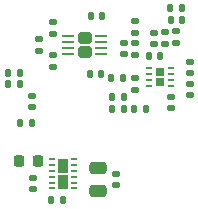
<source format=gbr>
%TF.GenerationSoftware,KiCad,Pcbnew,7.0.10*%
%TF.CreationDate,2024-03-11T17:01:08-07:00*%
%TF.ProjectId,P2.0,50322e30-2e6b-4696-9361-645f70636258,rev?*%
%TF.SameCoordinates,Original*%
%TF.FileFunction,Paste,Bot*%
%TF.FilePolarity,Positive*%
%FSLAX46Y46*%
G04 Gerber Fmt 4.6, Leading zero omitted, Abs format (unit mm)*
G04 Created by KiCad (PCBNEW 7.0.10) date 2024-03-11 17:01:08*
%MOMM*%
%LPD*%
G01*
G04 APERTURE LIST*
G04 Aperture macros list*
%AMRoundRect*
0 Rectangle with rounded corners*
0 $1 Rounding radius*
0 $2 $3 $4 $5 $6 $7 $8 $9 X,Y pos of 4 corners*
0 Add a 4 corners polygon primitive as box body*
4,1,4,$2,$3,$4,$5,$6,$7,$8,$9,$2,$3,0*
0 Add four circle primitives for the rounded corners*
1,1,$1+$1,$2,$3*
1,1,$1+$1,$4,$5*
1,1,$1+$1,$6,$7*
1,1,$1+$1,$8,$9*
0 Add four rect primitives between the rounded corners*
20,1,$1+$1,$2,$3,$4,$5,0*
20,1,$1+$1,$4,$5,$6,$7,0*
20,1,$1+$1,$6,$7,$8,$9,0*
20,1,$1+$1,$8,$9,$2,$3,0*%
G04 Aperture macros list end*
%ADD10RoundRect,0.140000X-0.170000X0.140000X-0.170000X-0.140000X0.170000X-0.140000X0.170000X0.140000X0*%
%ADD11RoundRect,0.135000X-0.135000X-0.185000X0.135000X-0.185000X0.135000X0.185000X-0.135000X0.185000X0*%
%ADD12RoundRect,0.135000X-0.185000X0.135000X-0.185000X-0.135000X0.185000X-0.135000X0.185000X0.135000X0*%
%ADD13RoundRect,0.140000X0.140000X0.170000X-0.140000X0.170000X-0.140000X-0.170000X0.140000X-0.170000X0*%
%ADD14RoundRect,0.140000X0.170000X-0.140000X0.170000X0.140000X-0.170000X0.140000X-0.170000X-0.140000X0*%
%ADD15RoundRect,0.140000X-0.140000X-0.170000X0.140000X-0.170000X0.140000X0.170000X-0.140000X0.170000X0*%
%ADD16RoundRect,0.135000X0.185000X-0.135000X0.185000X0.135000X-0.185000X0.135000X-0.185000X-0.135000X0*%
%ADD17R,0.950000X1.170000*%
%ADD18R,0.500000X0.250000*%
%ADD19RoundRect,0.250000X0.475000X-0.250000X0.475000X0.250000X-0.475000X0.250000X-0.475000X-0.250000X0*%
%ADD20RoundRect,0.218750X-0.218750X-0.256250X0.218750X-0.256250X0.218750X0.256250X-0.218750X0.256250X0*%
%ADD21RoundRect,0.135000X0.135000X0.185000X-0.135000X0.185000X-0.135000X-0.185000X0.135000X-0.185000X0*%
%ADD22RoundRect,0.242500X-0.342500X-0.242500X0.342500X-0.242500X0.342500X0.242500X-0.342500X0.242500X0*%
%ADD23RoundRect,0.062500X-0.412500X-0.062500X0.412500X-0.062500X0.412500X0.062500X-0.412500X0.062500X0*%
%ADD24R,0.750000X0.650000*%
G04 APERTURE END LIST*
D10*
%TO.C,C4*%
X89850000Y-53840000D03*
X89850000Y-54800000D03*
%TD*%
D11*
%TO.C,R17*%
X77480000Y-57200000D03*
X78500000Y-57200000D03*
%TD*%
D12*
%TO.C,R1*%
X81280000Y-55740000D03*
X81280000Y-56760000D03*
%TD*%
D13*
%TO.C,C24*%
X90380000Y-55750000D03*
X89420000Y-55750000D03*
%TD*%
D14*
%TO.C,C26*%
X86600000Y-66700000D03*
X86600000Y-65740000D03*
%TD*%
D15*
%TO.C,C5*%
X91270000Y-52700000D03*
X92230000Y-52700000D03*
%TD*%
D12*
%TO.C,R5*%
X88250000Y-54700000D03*
X88250000Y-55720000D03*
%TD*%
D14*
%TO.C,C25*%
X91300000Y-60230000D03*
X91300000Y-59270000D03*
%TD*%
D16*
%TO.C,R2*%
X81280000Y-53960000D03*
X81280000Y-52940000D03*
%TD*%
D14*
%TO.C,C8*%
X79600000Y-67060000D03*
X79600000Y-66100000D03*
%TD*%
D17*
%TO.C,U3*%
X82150000Y-65065000D03*
X82150000Y-66435000D03*
D18*
X81200000Y-67000000D03*
X81200000Y-66500000D03*
X81200000Y-66000000D03*
X81200000Y-65500000D03*
X81200000Y-65000000D03*
X81200000Y-64500000D03*
X83100000Y-64500000D03*
X83100000Y-65000000D03*
X83100000Y-65500000D03*
X83100000Y-66000000D03*
X83100000Y-66500000D03*
X83100000Y-67000000D03*
%TD*%
D15*
%TO.C,C23*%
X84520000Y-52400000D03*
X85480000Y-52400000D03*
%TD*%
D14*
%TO.C,C1*%
X87300000Y-55660000D03*
X87300000Y-54700000D03*
%TD*%
%TO.C,C7*%
X79550000Y-60110000D03*
X79550000Y-59150000D03*
%TD*%
D19*
%TO.C,C9*%
X85100000Y-67200000D03*
X85100000Y-65300000D03*
%TD*%
D11*
%TO.C,R14*%
X78490000Y-61450000D03*
X79510000Y-61450000D03*
%TD*%
D20*
%TO.C,L1*%
X78412500Y-64700000D03*
X79987500Y-64700000D03*
%TD*%
D21*
%TO.C,R10*%
X87300000Y-60300000D03*
X86280000Y-60300000D03*
%TD*%
D12*
%TO.C,R11*%
X90800000Y-53790000D03*
X90800000Y-54810000D03*
%TD*%
D21*
%TO.C,R16*%
X78500000Y-58190000D03*
X77480000Y-58190000D03*
%TD*%
%TO.C,R8*%
X92260000Y-51750000D03*
X91240000Y-51750000D03*
%TD*%
D15*
%TO.C,C22*%
X84420000Y-57300000D03*
X85380000Y-57300000D03*
%TD*%
D10*
%TO.C,C6*%
X92875000Y-56295000D03*
X92875000Y-57255000D03*
%TD*%
D14*
%TO.C,C3*%
X92875000Y-59105000D03*
X92875000Y-58145000D03*
%TD*%
D16*
%TO.C,R4*%
X88250000Y-53810000D03*
X88250000Y-52790000D03*
%TD*%
%TO.C,R3*%
X80080000Y-55370000D03*
X80080000Y-54350000D03*
%TD*%
%TO.C,R6*%
X88200000Y-58660000D03*
X88200000Y-57640000D03*
%TD*%
D22*
%TO.C,U1*%
X83980000Y-54250000D03*
X83980000Y-55450000D03*
D23*
X82580000Y-55600000D03*
X82580000Y-55100000D03*
X82580000Y-54600000D03*
X82580000Y-54100000D03*
X85380000Y-54100000D03*
X85380000Y-54600000D03*
X85380000Y-55100000D03*
X85380000Y-55600000D03*
%TD*%
D13*
%TO.C,C2*%
X89130000Y-60300000D03*
X88170000Y-60300000D03*
%TD*%
D24*
%TO.C,U2*%
X90350000Y-57150000D03*
X90350000Y-57950000D03*
D18*
X89400000Y-58300000D03*
X89400000Y-57800000D03*
X89400000Y-57300000D03*
X89400000Y-56800000D03*
X91300000Y-56800000D03*
X91300000Y-57300000D03*
X91300000Y-57800000D03*
X91300000Y-58300000D03*
%TD*%
D11*
%TO.C,R19*%
X81090000Y-68000000D03*
X82110000Y-68000000D03*
%TD*%
D21*
%TO.C,R9*%
X87300000Y-59300000D03*
X86280000Y-59300000D03*
%TD*%
%TO.C,R7*%
X87260000Y-57650000D03*
X86240000Y-57650000D03*
%TD*%
D12*
%TO.C,R12*%
X91750000Y-53640000D03*
X91750000Y-54660000D03*
%TD*%
M02*

</source>
